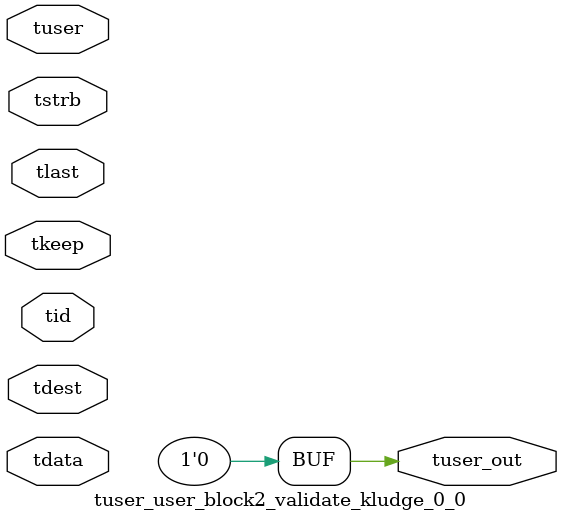
<source format=v>


`timescale 1ps/1ps

module tuser_user_block2_validate_kludge_0_0 #
(
parameter C_S_AXIS_TUSER_WIDTH = 1,
parameter C_S_AXIS_TDATA_WIDTH = 32,
parameter C_S_AXIS_TID_WIDTH   = 0,
parameter C_S_AXIS_TDEST_WIDTH = 0,
parameter C_M_AXIS_TUSER_WIDTH = 1
)
(
input  [(C_S_AXIS_TUSER_WIDTH == 0 ? 1 : C_S_AXIS_TUSER_WIDTH)-1:0     ] tuser,
input  [(C_S_AXIS_TDATA_WIDTH == 0 ? 1 : C_S_AXIS_TDATA_WIDTH)-1:0     ] tdata,
input  [(C_S_AXIS_TID_WIDTH   == 0 ? 1 : C_S_AXIS_TID_WIDTH)-1:0       ] tid,
input  [(C_S_AXIS_TDEST_WIDTH == 0 ? 1 : C_S_AXIS_TDEST_WIDTH)-1:0     ] tdest,
input  [(C_S_AXIS_TDATA_WIDTH/8)-1:0 ] tkeep,
input  [(C_S_AXIS_TDATA_WIDTH/8)-1:0 ] tstrb,
input                                                                    tlast,
output [C_M_AXIS_TUSER_WIDTH-1:0] tuser_out
);

assign tuser_out = {1'b0};

endmodule


</source>
